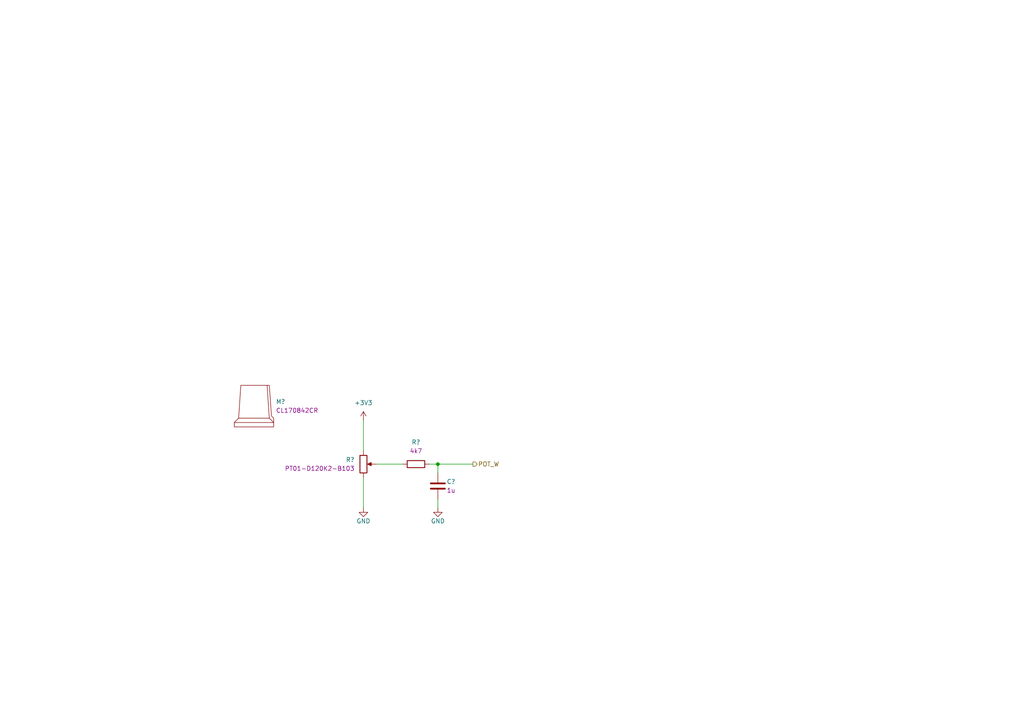
<source format=kicad_sch>
(kicad_sch (version 20211123) (generator eeschema)
  (paper "A4")
  (lib_symbols
    (symbol "KD_Capacitor:C_0805_1u_X7R_25V" (pin_numbers hide) (pin_names hide)
      (property "Reference" "C" (at 2.54 1.27 0))
      (property "Code" "1u" (at 2.54 -1.27 0))
      (symbol "C_0805_1u_X7R_25V_0_1"
        (polyline (pts (xy -2.032 -0.762) (xy 2.032 -0.762)) (stroke (width 0.508)))
        (polyline (pts (xy -2.032 0.762) (xy 2.032 0.762)) (stroke (width 0.508)))
      )
      (symbol "C_0805_1u_X7R_25V_1_1"
        (pin passive line (at 0 3.81 270) (length 2.794) (name "~") (number "1"))
        (pin passive line (at 0 -3.81 90) (length 2.794) (name "~") (number "2"))
      )
    )
    (symbol "KD_Mechanical:Knob_6mm_BL_RED_CLIFF_CL170842CR" (pin_numbers hide) (pin_names hide)
      (property "Reference" "M" (at 0 11.43 0))
      (property "Code" "CL170842CR" (at 0 8.89 0))
      (symbol "Knob_6mm_BL_RED_CLIFF_CL170842CR_0_1"
        (polyline (pts (xy -5.715 -3.175) (xy 5.715 -3.175)))
        (polyline (pts (xy -4.445 -1.905) (xy 4.445 -1.905)))
        (polyline (pts (xy 3.81 7.62) (xy 4.445 7.62) (xy 5.08 -1.27) (xy 5.715 -1.905) (xy 5.715 -3.175)))
        (polyline (pts (xy 0 7.62) (xy -3.81 7.62) (xy -4.445 -1.905) (xy -5.715 -3.175) (xy -5.715 -4.445) (xy 0 -4.445)))
        (polyline (pts (xy 0 7.62) (xy 3.81 7.62) (xy 4.445 -1.905) (xy 5.715 -3.175) (xy 5.715 -4.445) (xy 0 -4.445)))
      )
    )
    (symbol "KD_Resistor:Pot_V_10k_CUI_PT01-D120K2-B103" (pin_numbers hide) (pin_names hide)
      (property "Reference" "R" (at -1.905 1.27 0))
      (property "Code" "PT01-D120K2-B103" (at -1.905 -1.27 0))
      (symbol "Pot_V_10k_CUI_PT01-D120K2-B103_0_1"
        (polyline (pts (xy 2.54 0) (xy 1.524 0)))
        (polyline (pts (xy 1.143 0) (xy 2.286 0.508) (xy 2.286 -0.508) (xy 1.143 0)) (fill (type outline)))
        (rectangle (start 1.016 2.54) (end -1.016 -2.54) (stroke (width 0.254)))
      )
      (symbol "Pot_V_10k_CUI_PT01-D120K2-B103_1_1"
        (pin passive line (at 0 3.81 270) (length 1.27) (name "1") (number "1"))
        (pin passive line (at 3.81 0 180) (length 1.27) (name "2") (number "2"))
        (pin passive line (at 0 -3.81 90) (length 1.27) (name "3") (number "3"))
      )
    )
    (symbol "KD_Resistor:R_0402_4700_1%" (pin_numbers hide) (pin_names hide)
      (property "Reference" "R" (at 1.905 1.27 0))
      (property "Code" "4k7" (at 1.905 -1.27 0))
      (symbol "R_0402_4700_1%_0_1"
        (rectangle (start -1.016 -2.54) (end 1.016 2.54) (stroke (width 0.254)))
      )
      (symbol "R_0402_4700_1%_1_1"
        (pin passive line (at 0 3.81 270) (length 1.27) (name "~") (number "1"))
        (pin passive line (at 0 -3.81 90) (length 1.27) (name "~") (number "2"))
      )
    )
    (symbol "power:+3.3V" (power) (pin_names (offset 0))
      (property "Value" "+3.3V" (at 0 3.556 0))
      (symbol "+3.3V_0_1"
        (polyline (pts (xy -0.762 1.27) (xy 0 2.54)))
        (polyline (pts (xy 0 0) (xy 0 2.54)))
        (polyline (pts (xy 0 2.54) (xy 0.762 1.27)))
      )
      (symbol "+3.3V_1_1"
        (pin power_in line (at 0 0 90) (length 0) hide (name "+3V3") (number "1"))
      )
    )
    (symbol "power:GND" (power) (pin_names (offset 0))
      (property "Value" "GND" (at 0 -3.81 0))
      (symbol "GND_0_1"
        (polyline (pts (xy 0 0) (xy 0 -1.27) (xy 1.27 -1.27) (xy 0 -2.54) (xy -1.27 -1.27) (xy 0 -1.27)))
      )
      (symbol "GND_1_1"
        (pin power_in line (at 0 0 270) (length 0) hide (name "GND") (number "1"))
      )
    )
  )
  (junction (at 127 134.62))
  (wire (pts (xy 105.41 121.92) (xy 105.41 130.81)))
  (wire (pts (xy 127 134.62) (xy 137.16 134.62)))
  (wire (pts (xy 116.84 134.62) (xy 109.22 134.62)))
  (wire (pts (xy 127 134.62) (xy 127 137.16)))
  (wire (pts (xy 124.46 134.62) (xy 127 134.62)))
  (wire (pts (xy 105.41 147.32) (xy 105.41 138.43)))
  (wire (pts (xy 127 144.78) (xy 127 147.32)))
  (hierarchical_label "POT_W" (shape output) (at 137.16 134.62 0))
  (symbol (lib_id "power:+3.3V") (at 105.41 121.92 0) (unit 1)
    (property "Reference" "#PWR?" (effects hide))
    (property "Value" "+3.3V" (at 105.41 116.84 0))
  )
  (symbol (lib_id "KD_Resistor:Pot_V_10k_CUI_PT01-D120K2-B103") (at 105.41 134.62 0) (unit 1)
    (property "Reference" "R?" (at 102.87 133.3499 0) (effects (justify right)))
    (property "Value" "Pot_V_10k_CUI_PT01-D120K2-B103" (effects hide))
    (property "Footprint" "KD_Resistor:Potentiometer_CUI_PT01-DX20K2-XXXX" (effects hide))
    (property "Code" "PT01-D120K2-B103" (at 102.87 135.8899 0) (effects (justify right)))
    (property "Manufacturer" "CUI Devices" (effects hide))
    (property "MFG_PartNo" "PT01-D120K2-B103" (effects hide))
    (property "Supplier" "Digi-Key" (effects hide))
    (property "Supplier_PartNo" "2223-PT01-D120K2-B103-ND" (effects hide))
    (property "DNP" "F" (effects hide))
    (property "Price" "0.77" (effects hide))
  )
  (symbol (lib_id "KD_Mechanical:Knob_6mm_BL_RED_CLIFF_CL170842CR") (at 73.66 119.38 0) (unit 1)
    (property "Reference" "M?" (at 80.01 116.5224 0) (effects (justify left)))
    (property "Value" "Knob_6mm_BL_RED_CLIFF_CL170842CR" (effects hide))
    (property "Footprint" "KD_Mechanical:Knob_CLIFF_CL170842CR" (effects hide))
    (property "Code" "CL170842CR" (at 80.01 119.0624 0) (effects (justify left)))
    (property "Manufacturer" "CLIFF Electronic Components Ltd" (effects hide))
    (property "MFG_PartNo" "CL170842CR" (effects hide))
    (property "Supplier" "Digi-Key" (effects hide))
    (property "Supplier_PartNo" "3185-CL170842CR-ND" (effects hide))
    (property "DNP" "F" (effects hide))
    (property "Price" "1" (effects hide))
  )
  (symbol (lib_id "power:GND") (at 105.41 147.32 0) (unit 1)
    (property "Reference" "#PWR?" (effects hide))
    (property "Value" "GND" (at 105.41 151.13 0))
  )
  (symbol (lib_id "power:GND") (at 127 147.32 0) (unit 1)
    (property "Reference" "#PWR?" (effects hide))
    (property "Value" "GND" (at 127 151.13 0))
  )
  (symbol (lib_id "KD_Resistor:R_0402_4700_1%") (at 120.65 134.62 90) (unit 1)
    (property "Reference" "R?" (at 120.65 128.27 90))
    (property "Value" "R_0402_4700_1%" (effects hide))
    (property "Footprint" "KD_Resistor:R_0402_1005Metric" (effects hide))
    (property "Datasheet" "https://www.te.com/commerce/DocumentDelivery/DDEController?Action=srchrtrv&DocNm=1773204-3&DocType=DS&DocLang=English" (effects hide))
    (property "Code" "4k7" (at 120.65 130.81 90))
    (property "Manufacturer" "Bourns Inc." (effects hide))
    (property "MFG_PartNo" "CR0402-FX-4701GLF" (effects hide))
    (property "Supplier" "Digi-Key" (effects hide))
    (property "Supplier_PartNo" "CR0402-FX-4701GLFCT-ND" (effects hide))
    (property "DNP" "F" (effects hide))
    (property "Price" "0.01" (effects hide))
  )
  (symbol (lib_id "KD_Capacitor:C_0805_1u_X7R_25V") (at 127 140.97 0) (unit 1)
    (property "Reference" "C?" (at 129.54 139.7 0) (effects (justify left)))
    (property "Value" "C_0805_1u_X7R_25V" (effects hide))
    (property "Footprint" "KD_Capacitor:C_0805_2012Metric" (effects hide))
    (property "Datasheet" "https://api.kemet.com/component-edge/download/datasheet/CBR08C279B5GAC.pdf" (effects hide))
    (property "Code" "1u" (at 129.54 142.24 0) (effects (justify left)))
    (property "Manufacturer" "Kemet" (effects hide))
    (property "MFG_PartNo" "CL21B105KAFNNNE" (effects hide))
    (property "Supplier" "Digi-Key" (effects hide))
    (property "Supplier_PartNo" "1276-1066-1-ND" (effects hide))
    (property "DNP" "F" (effects hide))
    (property "Price" "0.03" (effects hide))
  )
)
</source>
